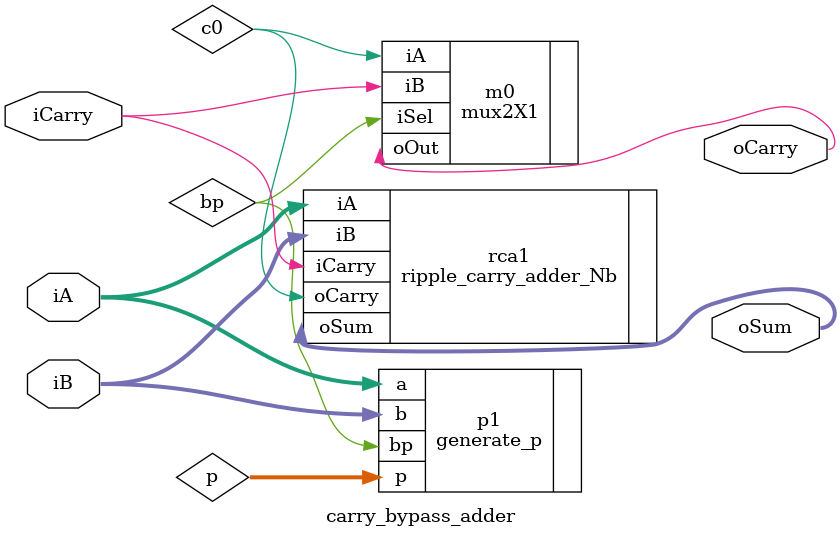
<source format=v>
`timescale 1ns / 1ps


module carry_bypass_adder
#(
    parameter ADDER_WIDTH = 32
)
(
    input [ADDER_WIDTH-1:0] iA, iB,
    input iCarry,
    output [ADDER_WIDTH-1:0] oSum,
    output oCarry
);
    wire [ADDER_WIDTH-1:0] p;
    wire c0;
    wire bp;
    
    ripple_carry_adder_Nb #(.ADDER_WIDTH(ADDER_WIDTH)) rca1 (.iA(iA), .iB(iB), .iCarry(iCarry), .oSum(oSum), .oCarry(c0));
    generate_p #(.ADDER_WIDTH(ADDER_WIDTH)) p1 (.a(iA), .b(iB), .p(p), .bp(bp));
    mux2X1 #(.width(1)) m0 (.iA(c0), .iB(iCarry), .iSel(bp), .oOut(oCarry));
endmodule


</source>
